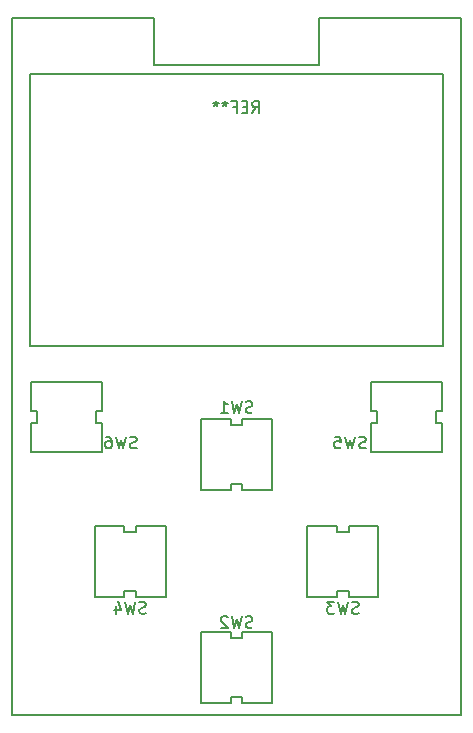
<source format=gbr>
G04 #@! TF.GenerationSoftware,KiCad,Pcbnew,(5.0.2)-1*
G04 #@! TF.CreationDate,2019-04-29T20:54:11+02:00*
G04 #@! TF.ProjectId,TaggerKeypadDisplay,54616767-6572-44b6-9579-706164446973,rev?*
G04 #@! TF.SameCoordinates,Original*
G04 #@! TF.FileFunction,Legend,Bot*
G04 #@! TF.FilePolarity,Positive*
%FSLAX46Y46*%
G04 Gerber Fmt 4.6, Leading zero omitted, Abs format (unit mm)*
G04 Created by KiCad (PCBNEW (5.0.2)-1) date 29.04.2019 20:54:11*
%MOMM*%
%LPD*%
G01*
G04 APERTURE LIST*
%ADD10C,0.150000*%
G04 APERTURE END LIST*
D10*
X68000000Y-30000000D02*
X56000000Y-30000000D01*
X68000000Y-89000000D02*
X68000000Y-30000000D01*
X30000000Y-89000000D02*
X68000000Y-89000000D01*
X30000000Y-30000000D02*
X30000000Y-89000000D01*
X42000000Y-30000000D02*
X30000000Y-30000000D01*
X42000000Y-34000000D02*
X42000000Y-30000000D01*
X56000000Y-34000000D02*
X42000000Y-34000000D01*
X56000000Y-30000000D02*
X56000000Y-34000000D01*
G04 #@! TO.C,SW1*
X49500000Y-64000000D02*
X52000000Y-64000000D01*
X49500000Y-64500000D02*
X49500000Y-64000000D01*
X48500000Y-64500000D02*
X49500000Y-64500000D01*
X48500000Y-64000000D02*
X48500000Y-64500000D01*
X46000000Y-64000000D02*
X48500000Y-64000000D01*
X49500000Y-70000000D02*
X52000000Y-70000000D01*
X49500000Y-69500000D02*
X49500000Y-70000000D01*
X48500000Y-69500000D02*
X49500000Y-69500000D01*
X48500000Y-70000000D02*
X48500000Y-69500000D01*
X46000000Y-70000000D02*
X48500000Y-70000000D01*
X46000000Y-64000000D02*
X46000000Y-70000000D01*
X52000000Y-70000000D02*
X52000000Y-64000000D01*
G04 #@! TO.C,SW2*
X52000000Y-88000000D02*
X52000000Y-82000000D01*
X46000000Y-82000000D02*
X46000000Y-88000000D01*
X46000000Y-88000000D02*
X48500000Y-88000000D01*
X48500000Y-88000000D02*
X48500000Y-87500000D01*
X48500000Y-87500000D02*
X49500000Y-87500000D01*
X49500000Y-87500000D02*
X49500000Y-88000000D01*
X49500000Y-88000000D02*
X52000000Y-88000000D01*
X46000000Y-82000000D02*
X48500000Y-82000000D01*
X48500000Y-82000000D02*
X48500000Y-82500000D01*
X48500000Y-82500000D02*
X49500000Y-82500000D01*
X49500000Y-82500000D02*
X49500000Y-82000000D01*
X49500000Y-82000000D02*
X52000000Y-82000000D01*
G04 #@! TO.C,SW3*
X58500000Y-73000000D02*
X61000000Y-73000000D01*
X58500000Y-73500000D02*
X58500000Y-73000000D01*
X57500000Y-73500000D02*
X58500000Y-73500000D01*
X57500000Y-73000000D02*
X57500000Y-73500000D01*
X55000000Y-73000000D02*
X57500000Y-73000000D01*
X58500000Y-79000000D02*
X61000000Y-79000000D01*
X58500000Y-78500000D02*
X58500000Y-79000000D01*
X57500000Y-78500000D02*
X58500000Y-78500000D01*
X57500000Y-79000000D02*
X57500000Y-78500000D01*
X55000000Y-79000000D02*
X57500000Y-79000000D01*
X55000000Y-73000000D02*
X55000000Y-79000000D01*
X61000000Y-79000000D02*
X61000000Y-73000000D01*
G04 #@! TO.C,SW4*
X43000000Y-79000000D02*
X43000000Y-73000000D01*
X37000000Y-73000000D02*
X37000000Y-79000000D01*
X37000000Y-79000000D02*
X39500000Y-79000000D01*
X39500000Y-79000000D02*
X39500000Y-78500000D01*
X39500000Y-78500000D02*
X40500000Y-78500000D01*
X40500000Y-78500000D02*
X40500000Y-79000000D01*
X40500000Y-79000000D02*
X43000000Y-79000000D01*
X37000000Y-73000000D02*
X39500000Y-73000000D01*
X39500000Y-73000000D02*
X39500000Y-73500000D01*
X39500000Y-73500000D02*
X40500000Y-73500000D01*
X40500000Y-73500000D02*
X40500000Y-73000000D01*
X40500000Y-73000000D02*
X43000000Y-73000000D01*
G04 #@! TO.C,SW5*
X60400000Y-63300000D02*
X60400000Y-60800000D01*
X60900000Y-63300000D02*
X60400000Y-63300000D01*
X60900000Y-64300000D02*
X60900000Y-63300000D01*
X60400000Y-64300000D02*
X60900000Y-64300000D01*
X60400000Y-66800000D02*
X60400000Y-64300000D01*
X66400000Y-63300000D02*
X66400000Y-60800000D01*
X65900000Y-63300000D02*
X66400000Y-63300000D01*
X65900000Y-64300000D02*
X65900000Y-63300000D01*
X66400000Y-64300000D02*
X65900000Y-64300000D01*
X66400000Y-66800000D02*
X66400000Y-64300000D01*
X60400000Y-66800000D02*
X66400000Y-66800000D01*
X66400000Y-60800000D02*
X60400000Y-60800000D01*
G04 #@! TO.C,SW6*
X37600000Y-60800000D02*
X31600000Y-60800000D01*
X31600000Y-66800000D02*
X37600000Y-66800000D01*
X37600000Y-66800000D02*
X37600000Y-64300000D01*
X37600000Y-64300000D02*
X37100000Y-64300000D01*
X37100000Y-64300000D02*
X37100000Y-63300000D01*
X37100000Y-63300000D02*
X37600000Y-63300000D01*
X37600000Y-63300000D02*
X37600000Y-60800000D01*
X31600000Y-66800000D02*
X31600000Y-64300000D01*
X31600000Y-64300000D02*
X32100000Y-64300000D01*
X32100000Y-64300000D02*
X32100000Y-63300000D01*
X32100000Y-63300000D02*
X31600000Y-63300000D01*
X31600000Y-63300000D02*
X31600000Y-60800000D01*
G04 #@! TO.C,REF\002A\002A*
X31500000Y-34750000D02*
X49000000Y-34750000D01*
X31500000Y-57750000D02*
X31500000Y-34750000D01*
X66500000Y-57750000D02*
X31500000Y-57750000D01*
X66500000Y-34750000D02*
X66500000Y-57750000D01*
X49000000Y-34750000D02*
X66500000Y-34750000D01*
G04 #@! TD*
G04 #@! TO.C,SW1*
X50333333Y-63404761D02*
X50190476Y-63452380D01*
X49952380Y-63452380D01*
X49857142Y-63404761D01*
X49809523Y-63357142D01*
X49761904Y-63261904D01*
X49761904Y-63166666D01*
X49809523Y-63071428D01*
X49857142Y-63023809D01*
X49952380Y-62976190D01*
X50142857Y-62928571D01*
X50238095Y-62880952D01*
X50285714Y-62833333D01*
X50333333Y-62738095D01*
X50333333Y-62642857D01*
X50285714Y-62547619D01*
X50238095Y-62500000D01*
X50142857Y-62452380D01*
X49904761Y-62452380D01*
X49761904Y-62500000D01*
X49428571Y-62452380D02*
X49190476Y-63452380D01*
X49000000Y-62738095D01*
X48809523Y-63452380D01*
X48571428Y-62452380D01*
X47666666Y-63452380D02*
X48238095Y-63452380D01*
X47952380Y-63452380D02*
X47952380Y-62452380D01*
X48047619Y-62595238D01*
X48142857Y-62690476D01*
X48238095Y-62738095D01*
G04 #@! TO.C,SW2*
X50333333Y-81604761D02*
X50190476Y-81652380D01*
X49952380Y-81652380D01*
X49857142Y-81604761D01*
X49809523Y-81557142D01*
X49761904Y-81461904D01*
X49761904Y-81366666D01*
X49809523Y-81271428D01*
X49857142Y-81223809D01*
X49952380Y-81176190D01*
X50142857Y-81128571D01*
X50238095Y-81080952D01*
X50285714Y-81033333D01*
X50333333Y-80938095D01*
X50333333Y-80842857D01*
X50285714Y-80747619D01*
X50238095Y-80700000D01*
X50142857Y-80652380D01*
X49904761Y-80652380D01*
X49761904Y-80700000D01*
X49428571Y-80652380D02*
X49190476Y-81652380D01*
X49000000Y-80938095D01*
X48809523Y-81652380D01*
X48571428Y-80652380D01*
X48238095Y-80747619D02*
X48190476Y-80700000D01*
X48095238Y-80652380D01*
X47857142Y-80652380D01*
X47761904Y-80700000D01*
X47714285Y-80747619D01*
X47666666Y-80842857D01*
X47666666Y-80938095D01*
X47714285Y-81080952D01*
X48285714Y-81652380D01*
X47666666Y-81652380D01*
G04 #@! TO.C,SW3*
X59333333Y-80404761D02*
X59190476Y-80452380D01*
X58952380Y-80452380D01*
X58857142Y-80404761D01*
X58809523Y-80357142D01*
X58761904Y-80261904D01*
X58761904Y-80166666D01*
X58809523Y-80071428D01*
X58857142Y-80023809D01*
X58952380Y-79976190D01*
X59142857Y-79928571D01*
X59238095Y-79880952D01*
X59285714Y-79833333D01*
X59333333Y-79738095D01*
X59333333Y-79642857D01*
X59285714Y-79547619D01*
X59238095Y-79500000D01*
X59142857Y-79452380D01*
X58904761Y-79452380D01*
X58761904Y-79500000D01*
X58428571Y-79452380D02*
X58190476Y-80452380D01*
X58000000Y-79738095D01*
X57809523Y-80452380D01*
X57571428Y-79452380D01*
X57285714Y-79452380D02*
X56666666Y-79452380D01*
X57000000Y-79833333D01*
X56857142Y-79833333D01*
X56761904Y-79880952D01*
X56714285Y-79928571D01*
X56666666Y-80023809D01*
X56666666Y-80261904D01*
X56714285Y-80357142D01*
X56761904Y-80404761D01*
X56857142Y-80452380D01*
X57142857Y-80452380D01*
X57238095Y-80404761D01*
X57285714Y-80357142D01*
G04 #@! TO.C,SW4*
X41333333Y-80404761D02*
X41190476Y-80452380D01*
X40952380Y-80452380D01*
X40857142Y-80404761D01*
X40809523Y-80357142D01*
X40761904Y-80261904D01*
X40761904Y-80166666D01*
X40809523Y-80071428D01*
X40857142Y-80023809D01*
X40952380Y-79976190D01*
X41142857Y-79928571D01*
X41238095Y-79880952D01*
X41285714Y-79833333D01*
X41333333Y-79738095D01*
X41333333Y-79642857D01*
X41285714Y-79547619D01*
X41238095Y-79500000D01*
X41142857Y-79452380D01*
X40904761Y-79452380D01*
X40761904Y-79500000D01*
X40428571Y-79452380D02*
X40190476Y-80452380D01*
X40000000Y-79738095D01*
X39809523Y-80452380D01*
X39571428Y-79452380D01*
X38761904Y-79785714D02*
X38761904Y-80452380D01*
X39000000Y-79404761D02*
X39238095Y-80119047D01*
X38619047Y-80119047D01*
G04 #@! TO.C,SW5*
X59933333Y-66404761D02*
X59790476Y-66452380D01*
X59552380Y-66452380D01*
X59457142Y-66404761D01*
X59409523Y-66357142D01*
X59361904Y-66261904D01*
X59361904Y-66166666D01*
X59409523Y-66071428D01*
X59457142Y-66023809D01*
X59552380Y-65976190D01*
X59742857Y-65928571D01*
X59838095Y-65880952D01*
X59885714Y-65833333D01*
X59933333Y-65738095D01*
X59933333Y-65642857D01*
X59885714Y-65547619D01*
X59838095Y-65500000D01*
X59742857Y-65452380D01*
X59504761Y-65452380D01*
X59361904Y-65500000D01*
X59028571Y-65452380D02*
X58790476Y-66452380D01*
X58600000Y-65738095D01*
X58409523Y-66452380D01*
X58171428Y-65452380D01*
X57314285Y-65452380D02*
X57790476Y-65452380D01*
X57838095Y-65928571D01*
X57790476Y-65880952D01*
X57695238Y-65833333D01*
X57457142Y-65833333D01*
X57361904Y-65880952D01*
X57314285Y-65928571D01*
X57266666Y-66023809D01*
X57266666Y-66261904D01*
X57314285Y-66357142D01*
X57361904Y-66404761D01*
X57457142Y-66452380D01*
X57695238Y-66452380D01*
X57790476Y-66404761D01*
X57838095Y-66357142D01*
G04 #@! TO.C,SW6*
X40533333Y-66404761D02*
X40390476Y-66452380D01*
X40152380Y-66452380D01*
X40057142Y-66404761D01*
X40009523Y-66357142D01*
X39961904Y-66261904D01*
X39961904Y-66166666D01*
X40009523Y-66071428D01*
X40057142Y-66023809D01*
X40152380Y-65976190D01*
X40342857Y-65928571D01*
X40438095Y-65880952D01*
X40485714Y-65833333D01*
X40533333Y-65738095D01*
X40533333Y-65642857D01*
X40485714Y-65547619D01*
X40438095Y-65500000D01*
X40342857Y-65452380D01*
X40104761Y-65452380D01*
X39961904Y-65500000D01*
X39628571Y-65452380D02*
X39390476Y-66452380D01*
X39200000Y-65738095D01*
X39009523Y-66452380D01*
X38771428Y-65452380D01*
X37961904Y-65452380D02*
X38152380Y-65452380D01*
X38247619Y-65500000D01*
X38295238Y-65547619D01*
X38390476Y-65690476D01*
X38438095Y-65880952D01*
X38438095Y-66261904D01*
X38390476Y-66357142D01*
X38342857Y-66404761D01*
X38247619Y-66452380D01*
X38057142Y-66452380D01*
X37961904Y-66404761D01*
X37914285Y-66357142D01*
X37866666Y-66261904D01*
X37866666Y-66023809D01*
X37914285Y-65928571D01*
X37961904Y-65880952D01*
X38057142Y-65833333D01*
X38247619Y-65833333D01*
X38342857Y-65880952D01*
X38390476Y-65928571D01*
X38438095Y-66023809D01*
G04 #@! TO.C,REF\002A\002A*
X50333333Y-38052380D02*
X50666666Y-37576190D01*
X50904761Y-38052380D02*
X50904761Y-37052380D01*
X50523809Y-37052380D01*
X50428571Y-37100000D01*
X50380952Y-37147619D01*
X50333333Y-37242857D01*
X50333333Y-37385714D01*
X50380952Y-37480952D01*
X50428571Y-37528571D01*
X50523809Y-37576190D01*
X50904761Y-37576190D01*
X49904761Y-37528571D02*
X49571428Y-37528571D01*
X49428571Y-38052380D02*
X49904761Y-38052380D01*
X49904761Y-37052380D01*
X49428571Y-37052380D01*
X48666666Y-37528571D02*
X49000000Y-37528571D01*
X49000000Y-38052380D02*
X49000000Y-37052380D01*
X48523809Y-37052380D01*
X48000000Y-37052380D02*
X48000000Y-37290476D01*
X48238095Y-37195238D02*
X48000000Y-37290476D01*
X47761904Y-37195238D01*
X48142857Y-37480952D02*
X48000000Y-37290476D01*
X47857142Y-37480952D01*
X47238095Y-37052380D02*
X47238095Y-37290476D01*
X47476190Y-37195238D02*
X47238095Y-37290476D01*
X47000000Y-37195238D01*
X47380952Y-37480952D02*
X47238095Y-37290476D01*
X47095238Y-37480952D01*
G04 #@! TD*
M02*

</source>
